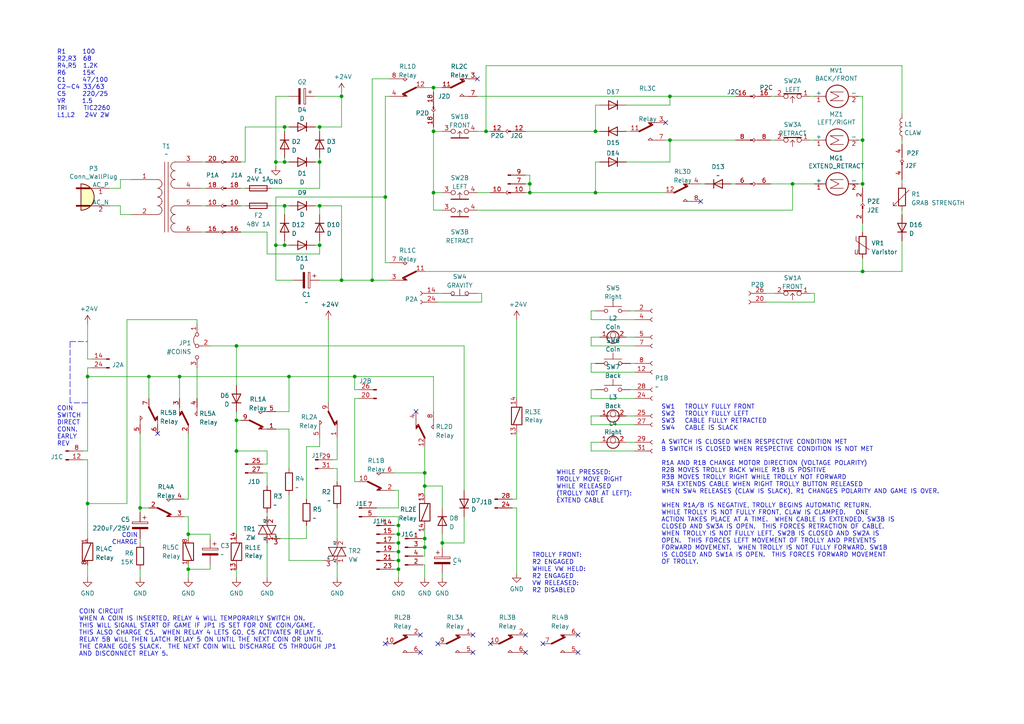
<source format=kicad_sch>
(kicad_sch (version 20250114) (generator "eeschema") (generator_version "9.0")
  (paper "A4")
  (text "COIN CIRCUIT\nWHEN A COIN IS INSERTED, RELAY 4 WILL TEMPORARILY SWITCH ON.\nTHIS WILL SIGNAL START OF GAME IF JP1 IS SET FOR ONE COIN/GAME.\nTHIS ALSO CHARGE C5.  WHEN RELAY 4 LETS GO, C5 ACTIVATES RELAY 5.\nRELAY 5B WILL THEN LATCH RELAY 5 ON UNTIL THE NEXT COIN OR UNTIL\nTHE CRANE GOES SLACK.  THE NEXT COIN WILL DISCHARGE C5 THROUGH JP1\nAND DISCONNECT RELAY 5." (at 22.86 190.5 0) (effects (font (size 1.27 1.27)) (justify left bottom)))
  (text "COIN\nSWITCH\nDIRECT\nCONN.\nEARLY\nREV" (at 16.51 129.54 0) (effects (font (size 1.27 1.27)) (justify left bottom)))
  (text "SW1   TROLLY FULLY FRONT\nSW2   TROLLY FULLY LEFT\nSW3   CABLE FULLY RETRACTED\nSW4   CABLE IS SLACK\n\nA SWITCH IS CLOSED WHEN RESPECTIVE CONDITION MET\nB SWITCH IS CLOSED WHEN RESPECTIVE CONDITION IS NOT MET\n\nR1A AND R1B CHANGE MOTOR DIRECTION (VOLTAGE POLARITY)\nR2B MOVES TROLLY BACK WHILE R1B IS POSITIVE\nR3B MOVES TROLLY RIGHT WHILE TROLLY NOT FORWARD\nR3A EXTENDS CABLE WHEN RIGHT TROLLY BUTTON RELEASED\nWHEN SW4 RELEASES (CLAW IS SLACK), R1 CHANGES POLARITY AND GAME IS OVER.\n\nWHEN R1A/B IS NEGATIVE, TROLLY BEGINS AUTOMATIC RETURN.\nWHILE TROLLY IS NOT FULLY FRONT, CLAW IS CLAMPED.   ONE\nACTION TAKES PLACE AT A TIME.  WHEN CABLE IS EXTENDED, SW3B IS\nCLOSED AND SW3A IS OPEN.  THIS FORCES RETRACTION OF CABLE.\nWHEN TROLLY IS NOT FULLY LEFT, SW2B IS CLOSED AND SW2A IS\nOPEN.  THIS FORCES LEFT MOVEMENT OF TROLLY AND PREVENTS\nFORWARD MOVEMENT.  WHEN TROLLY IS NOT FULLY FORWARD, SW1B\nIS CLOSED AND SW1A IS OPEN.  THIS FORCES FORWARD MOVEMENT\nOF TROLLY." (at 191.77 163.83 0) (effects (font (size 1.27 1.27)) (justify left bottom)))
  (text "COIN\nCHARGE" (at 40.005 158.115 0) (effects (font (size 1.27 1.27)) (justify right bottom)))
  (text "TROLLY FRONT:\nR2 ENGAGED\nWHILE VW HELD:\nR2 ENGAGED\nVW RELEASED:\nR2 DISABLED" (at 154.305 172.085 0) (effects (font (size 1.27 1.27)) (justify left bottom)))
  (text "WHILE PRESSED:\nTROLLY MOVE RIGHT\nWHILE RELEASED\n(TROLLY NOT AT LEFT):\nEXTEND CABLE" (at 161.29 146.05 0) (effects (font (size 1.27 1.27)) (justify left bottom)))
  (text "R1     100\nR2,R3  68\nR4,R5  1.2K\nR6     15K\nC1     47/100\nC2-C4 33/63\nC5     220/25\nVR     1.5\nTRI     TIC2260\nL1,L2   24V 2W" (at 16.51 34.29 0) (effects (font (size 1.27 1.27)) (justify left bottom)))
  (junction (at 140.97 38.1))
  (junction (at 123.19 137.16))
  (junction (at 194.31 40.64))
  (junction (at 54.61 154.94))
  (junction (at 68.58 130.81))
  (junction (at 115.57 157.48))
  (junction (at 115.57 165.1))
  (junction (at 52.07 109.22))
  (junction (at 172.72 55.88))
  (junction (at 99.06 81.28))
  (junction (at 92.71 36.83))
  (junction (at 107.95 81.28))
  (junction (at 92.71 46.99))
  (junction (at 68.58 100.33))
  (junction (at 82.55 36.83))
  (junction (at 194.31 27.94))
  (junction (at 123.19 140.97))
  (junction (at 92.71 59.69))
  (junction (at 115.57 162.56))
  (junction (at 250.19 78.74))
  (junction (at 54.61 165.1))
  (junction (at 83.82 109.22))
  (junction (at 92.71 71.12))
  (junction (at 125.73 38.1))
  (junction (at 229.87 53.34))
  (junction (at 82.55 46.99))
  (junction (at 153.67 53.34))
  (junction (at 115.57 160.02))
  (junction (at 128.27 157.48))
  (junction (at 123.19 156.21))
  (junction (at 125.73 25.4))
  (junction (at 111.76 57.15))
  (junction (at 99.06 27.94))
  (junction (at 25.4 109.22))
  (junction (at 82.55 59.69))
  (junction (at 25.4 146.05))
  (junction (at 172.72 38.1))
  (junction (at 125.73 55.88))
  (junction (at 153.67 55.88))
  (junction (at 123.19 158.75))
  (junction (at 43.18 109.22))
  (junction (at 82.55 71.12))
  (junction (at 115.57 152.4))
  (junction (at 250.19 53.34))
  (junction (at 68.58 121.92))
  (junction (at 80.01 46.99))
  (junction (at 40.64 147.32))
  (junction (at 80.01 71.12))
  (junction (at 102.87 109.22))
  (junction (at 250.19 40.64))
  (junction (at 115.57 154.94))
  (no_connect (at 111.76 186.69))
  (no_connect (at 157.48 186.69))
  (no_connect (at 120.65 119.38))
  (no_connect (at 203.2 58.42))
  (no_connect (at 138.43 22.86))
  (no_connect (at 193.04 35.56))
  (no_connect (at 137.16 189.23))
  (no_connect (at 152.4 189.23))
  (no_connect (at 142.24 186.69))
  (no_connect (at 167.64 189.23))
  (no_connect (at 127 186.69))
  (no_connect (at 45.72 125.73))
  (no_connect (at 137.16 184.15))
  (no_connect (at 121.92 189.23))
  (no_connect (at 121.92 184.15))
  (no_connect (at 152.4 184.15))
  (no_connect (at 167.64 184.15))
  (wire (pts (xy 236.22 85.09) (xy 234.95 85.09)))
  (wire (pts (xy 25.4 109.22) (xy 43.18 109.22)))
  (wire (pts (xy 60.96 154.94) (xy 54.61 154.94)))
  (wire (pts (xy 114.3 137.16) (xy 123.19 137.16)))
  (wire (pts (xy 138.43 38.1) (xy 140.97 38.1)))
  (wire (pts (xy 82.55 69.85) (xy 82.55 71.12)))
  (wire (pts (xy 25.4 167.64) (xy 25.4 163.83)))
  (wire (pts (xy 139.7 85.09) (xy 138.43 85.09)))
  (wire (pts (xy 171.45 113.03) (xy 171.45 115.57)))
  (wire (pts (xy 25.4 109.22) (xy 25.4 106.68)))
  (wire (pts (xy 92.71 36.83) (xy 92.71 38.1)))
  (wire (pts (xy 26.67 104.14) (xy 25.4 104.14)))
  (wire (pts (xy 123.19 163.83) (xy 123.19 167.64)))
  (wire (pts (xy 125.73 109.22) (xy 125.73 119.38)))
  (wire (pts (xy 194.31 40.64) (xy 213.36 40.64)))
  (wire (pts (xy 115.57 162.56) (xy 115.57 165.1)))
  (wire (pts (xy 58.42 46.99) (xy 59.69 46.99)))
  (wire (pts (xy 36.83 92.71) (xy 57.15 92.71)))
  (wire (pts (xy 40.64 125.73) (xy 40.64 147.32)))
  (wire (pts (xy 181.61 46.99) (xy 194.31 46.99)))
  (wire (pts (xy 148.59 144.78) (xy 149.86 144.78)))
  (wire (pts (xy 123.19 137.16) (xy 123.19 140.97)))
  (wire (pts (xy 250.19 27.94) (xy 250.19 40.64)))
  (wire (pts (xy 95.25 92.71) (xy 95.25 116.84)))
  (wire (pts (xy 173.99 30.48) (xy 172.72 30.48)))
  (wire (pts (xy 77.47 157.48) (xy 77.47 167.64)))
  (wire (pts (xy 91.44 59.69) (xy 92.71 59.69)))
  (wire (pts (xy 123.19 78.74) (xy 250.19 78.74)))
  (wire (pts (xy 140.97 38.1) (xy 142.24 38.1)))
  (wire (pts (xy 82.55 59.69) (xy 82.55 62.23)))
  (wire (pts (xy 138.43 27.94) (xy 194.31 27.94)))
  (wire (pts (xy 153.67 55.88) (xy 172.72 55.88)))
  (wire (pts (xy 171.45 120.65) (xy 171.45 123.19)))
  (wire (pts (xy 122.555 156.21) (xy 123.19 156.21)))
  (wire (pts (xy 77.47 73.66) (xy 92.71 73.66)))
  (wire (pts (xy 34.925 54.61) (xy 34.925 52.07)))
  (wire (pts (xy 69.85 54.61) (xy 71.12 54.61)))
  (wire (pts (xy 152.4 50.8) (xy 153.67 50.8)))
  (wire (pts (xy 115.57 147.32) (xy 109.22 147.32)))
  (wire (pts (xy 83.82 119.38) (xy 80.01 119.38)))
  (wire (pts (xy 122.555 163.83) (xy 123.19 163.83)))
  (wire (pts (xy 57.15 92.71) (xy 57.15 93.98)))
  (wire (pts (xy 83.82 109.22) (xy 102.87 109.22)))
  (wire (pts (xy 123.19 153.67) (xy 123.19 156.21)))
  (wire (pts (xy 182.88 90.17) (xy 184.15 90.17)))
  (wire (pts (xy 234.95 27.94) (xy 236.22 27.94)))
  (wire (pts (xy 194.31 46.99) (xy 194.31 40.64)))
  (wire (pts (xy 83.82 109.22) (xy 83.82 119.38)))
  (wire (pts (xy 114.3 154.94) (xy 115.57 154.94)))
  (wire (pts (xy 77.47 67.31) (xy 69.85 67.31)))
  (wire (pts (xy 54.61 165.1) (xy 54.61 163.83)))
  (wire (pts (xy 69.85 59.69) (xy 71.12 59.69)))
  (wire (pts (xy 182.88 113.03) (xy 184.15 113.03)))
  (wire (pts (xy 88.9 144.78) (xy 88.9 129.54)))
  (wire (pts (xy 128.27 140.97) (xy 128.27 147.32)))
  (wire (pts (xy 82.55 36.83) (xy 82.55 38.1)))
  (wire (pts (xy 123.19 158.75) (xy 123.19 161.29)))
  (wire (pts (xy 111.76 76.2) (xy 113.03 76.2)))
  (wire (pts (xy 99.06 59.69) (xy 99.06 81.28)))
  (wire (pts (xy 91.44 46.99) (xy 92.71 46.99)))
  (wire (pts (xy 114.3 165.1) (xy 115.57 165.1)))
  (wire (pts (xy 111.76 27.94) (xy 113.03 27.94)))
  (wire (pts (xy 99.06 26.67) (xy 99.06 27.94)))
  (wire (pts (xy 92.71 46.99) (xy 92.71 54.61)))
  (wire (pts (xy 52.07 109.22) (xy 52.07 115.57)))
  (wire (pts (xy 148.59 147.32) (xy 149.86 147.32)))
  (wire (pts (xy 128.27 55.88) (xy 125.73 55.88)))
  (wire (pts (xy 82.55 59.69) (xy 83.82 59.69)))
  (wire (pts (xy 54.61 149.86) (xy 54.61 154.94)))
  (wire (pts (xy 171.45 100.33) (xy 184.15 100.33)))
  (wire (pts (xy 107.95 22.86) (xy 107.95 81.28)))
  (wire (pts (xy 60.96 165.1) (xy 54.61 165.1)))
  (wire (pts (xy 97.79 163.83) (xy 97.79 167.64)))
  (wire (pts (xy 71.12 46.99) (xy 69.85 46.99)))
  (wire (pts (xy 25.4 146.05) (xy 36.83 146.05)))
  (wire (pts (xy 173.99 120.65) (xy 171.45 120.65)))
  (wire (pts (xy 114.3 157.48) (xy 115.57 157.48)))
  (wire (pts (xy 122.555 161.29) (xy 123.19 161.29)))
  (wire (pts (xy 102.87 115.57) (xy 102.87 139.7)))
  (wire (pts (xy 104.14 113.03) (xy 102.87 113.03)))
  (wire (pts (xy 250.19 40.64) (xy 250.19 53.34)))
  (wire (pts (xy 138.43 55.88) (xy 142.24 55.88)))
  (wire (pts (xy 125.73 38.1) (xy 125.73 55.88)))
  (wire (pts (xy 115.57 142.24) (xy 115.57 147.32)))
  (wire (pts (xy 123.19 156.21) (xy 123.19 158.75)))
  (wire (pts (xy 171.45 130.81) (xy 184.15 130.81)))
  (wire (pts (xy 92.71 59.69) (xy 92.71 62.23)))
  (wire (pts (xy 234.95 40.64) (xy 236.22 40.64)))
  (wire (pts (xy 127 85.09) (xy 128.27 85.09)))
  (wire (pts (xy 80.01 46.99) (xy 82.55 46.99)))
  (wire (pts (xy 88.9 152.4) (xy 88.9 156.21)))
  (wire (pts (xy 77.47 67.31) (xy 77.47 73.66)))
  (wire (pts (xy 128.27 166.37) (xy 128.27 167.64)))
  (wire (pts (xy 193.04 40.64) (xy 194.31 40.64)))
  (wire (pts (xy 80.01 124.46) (xy 83.82 124.46)))
  (wire (pts (xy 250.19 74.93) (xy 250.19 78.74)))
  (wire (pts (xy 171.45 128.27) (xy 171.45 130.81)))
  (wire (pts (xy 99.06 27.94) (xy 99.06 36.83)))
  (wire (pts (xy 181.61 128.27) (xy 184.15 128.27)))
  (wire (pts (xy 76.2 137.16) (xy 77.47 137.16)))
  (wire (pts (xy 172.72 55.88) (xy 193.04 55.88)))
  (wire (pts (xy 149.86 92.71) (xy 149.86 115.57)))
  (wire (pts (xy 53.34 149.86) (xy 54.61 149.86)))
  (wire (pts (xy 128.27 154.94) (xy 128.27 157.48)))
  (wire (pts (xy 128.27 140.97) (xy 123.19 140.97)))
  (wire (pts (xy 194.31 27.94) (xy 194.31 30.48)))
  (wire (pts (xy 80.01 46.99) (xy 80.01 48.26)))
  (wire (pts (xy 222.25 85.09) (xy 224.79 85.09)))
  (wire (pts (xy 229.87 53.34) (xy 229.87 60.96)))
  (wire (pts (xy 80.01 57.15) (xy 111.76 57.15)))
  (wire (pts (xy 248.92 53.34) (xy 250.19 53.34)))
  (wire (pts (xy 171.45 115.57) (xy 184.15 115.57)))
  (wire (pts (xy 102.87 109.22) (xy 102.87 113.03)))
  (wire (pts (xy 128.27 157.48) (xy 128.27 158.75)))
  (wire (pts (xy 153.67 53.34) (xy 153.67 55.88)))
  (wire (pts (xy 123.19 25.4) (xy 125.73 25.4)))
  (wire (pts (xy 203.2 53.34) (xy 204.47 53.34)))
  (wire (pts (xy 68.58 165.1) (xy 68.58 167.64)))
  (wire (pts (xy 125.73 25.4) (xy 128.27 25.4)))
  (wire (pts (xy 80.01 71.12) (xy 82.55 71.12)))
  (wire (pts (xy 25.4 109.22) (xy 25.4 130.81)))
  (wire (pts (xy 57.15 106.68) (xy 57.15 115.57)))
  (wire (pts (xy 261.62 52.07) (xy 261.62 53.34)))
  (wire (pts (xy 71.12 36.83) (xy 71.12 46.99)))
  (wire (pts (xy 43.18 109.22) (xy 43.18 115.57)))
  (wire (pts (xy 250.19 53.34) (xy 250.19 54.61)))
  (wire (pts (xy 80.01 71.12) (xy 80.01 81.28)))
  (wire (pts (xy 102.87 109.22) (xy 125.73 109.22)))
  (wire (pts (xy 149.86 147.32) (xy 149.86 166.37)))
  (wire (pts (xy 172.72 46.99) (xy 173.99 46.99)))
  (wire (pts (xy 92.71 73.66) (xy 92.71 71.12)))
  (wire (pts (xy 54.61 154.94) (xy 54.61 156.21)))
  (wire (pts (xy 92.71 69.85) (xy 92.71 71.12)))
  (wire (pts (xy 96.52 135.89) (xy 97.79 135.89)))
  (wire (pts (xy 60.96 154.94) (xy 60.96 156.21)))
  (polyline (pts (xy 20.32 116.84) (xy 20.32 99.06)) (stroke (width 0) (type dash)))
  (wire (pts (xy 172.72 113.03) (xy 171.45 113.03)))
  (wire (pts (xy 83.82 162.56) (xy 83.82 143.51)))
  (wire (pts (xy 248.92 40.64) (xy 250.19 40.64)))
  (wire (pts (xy 102.87 115.57) (xy 104.14 115.57)))
  (wire (pts (xy 80.01 27.94) (xy 80.01 46.99)))
  (wire (pts (xy 82.55 71.12) (xy 83.82 71.12)))
  (wire (pts (xy 114.3 162.56) (xy 115.57 162.56)))
  (wire (pts (xy 92.71 129.54) (xy 92.71 127)))
  (wire (pts (xy 31.75 54.61) (xy 34.925 54.61)))
  (wire (pts (xy 92.71 59.69) (xy 99.06 59.69)))
  (wire (pts (xy 25.4 93.98) (xy 25.4 104.14)))
  (polyline (pts (xy 25.4 116.84) (xy 20.32 116.84)) (stroke (width 0) (type dash)))
  (wire (pts (xy 83.82 27.94) (xy 80.01 27.94)))
  (wire (pts (xy 82.55 45.72) (xy 82.55 46.99)))
  (wire (pts (xy 111.76 57.15) (xy 111.76 76.2)))
  (wire (pts (xy 68.58 130.81) (xy 77.47 130.81)))
  (wire (pts (xy 68.58 100.33) (xy 68.58 111.76)))
  (wire (pts (xy 77.47 137.16) (xy 77.47 140.97)))
  (wire (pts (xy 34.925 52.07) (xy 38.1 52.07)))
  (wire (pts (xy 114.3 152.4) (xy 115.57 152.4)))
  (wire (pts (xy 223.52 40.64) (xy 224.79 40.64)))
  (wire (pts (xy 25.4 133.35) (xy 25.4 146.05)))
  (wire (pts (xy 152.4 55.88) (xy 153.67 55.88)))
  (wire (pts (xy 77.47 130.81) (xy 77.47 134.62)))
  (wire (pts (xy 80.01 71.12) (xy 80.01 57.15)))
  (wire (pts (xy 97.79 127) (xy 97.79 133.35)))
  (wire (pts (xy 139.7 87.63) (xy 139.7 85.09)))
  (wire (pts (xy 223.52 27.94) (xy 224.79 27.94)))
  (wire (pts (xy 172.72 105.41) (xy 171.45 105.41)))
  (wire (pts (xy 113.03 22.86) (xy 107.95 22.86)))
  (wire (pts (xy 60.96 100.33) (xy 68.58 100.33)))
  (wire (pts (xy 172.72 38.1) (xy 173.99 38.1)))
  (wire (pts (xy 58.42 59.69) (xy 59.69 59.69)))
  (wire (pts (xy 152.4 53.34) (xy 153.67 53.34)))
  (wire (pts (xy 40.64 157.48) (xy 40.64 156.21)))
  (wire (pts (xy 181.61 120.65) (xy 184.15 120.65)))
  (wire (pts (xy 181.61 30.48) (xy 194.31 30.48)))
  (wire (pts (xy 250.19 64.77) (xy 250.19 67.31)))
  (wire (pts (xy 91.44 36.83) (xy 92.71 36.83)))
  (wire (pts (xy 78.74 54.61) (xy 92.71 54.61)))
  (wire (pts (xy 172.72 55.88) (xy 172.72 46.99)))
  (wire (pts (xy 52.07 109.22) (xy 83.82 109.22)))
  (wire (pts (xy 40.64 147.32) (xy 40.64 148.59)))
  (wire (pts (xy 171.45 90.17) (xy 171.45 92.71)))
  (wire (pts (xy 171.45 92.71) (xy 184.15 92.71)))
  (wire (pts (xy 111.76 27.94) (xy 111.76 57.15)))
  (wire (pts (xy 109.22 149.86) (xy 115.57 149.86)))
  (wire (pts (xy 229.87 60.96) (xy 138.43 60.96)))
  (wire (pts (xy 31.75 59.69) (xy 34.925 59.69)))
  (wire (pts (xy 140.97 19.05) (xy 140.97 38.1)))
  (wire (pts (xy 123.19 140.97) (xy 123.19 143.51)))
  (polyline (pts (xy 20.32 99.06) (xy 25.4 99.06)) (stroke (width 0) (type dash)))
  (wire (pts (xy 34.925 62.23) (xy 38.1 62.23)))
  (wire (pts (xy 127 87.63) (xy 139.7 87.63)))
  (wire (pts (xy 68.58 121.92) (xy 69.85 121.92)))
  (wire (pts (xy 171.45 107.95) (xy 184.15 107.95)))
  (wire (pts (xy 36.83 92.71) (xy 36.83 146.05)))
  (wire (pts (xy 91.44 27.94) (xy 99.06 27.94)))
  (wire (pts (xy 115.57 142.24) (xy 114.3 142.24)))
  (wire (pts (xy 40.64 147.32) (xy 43.18 147.32)))
  (wire (pts (xy 68.58 130.81) (xy 68.58 121.92)))
  (wire (pts (xy 60.96 163.83) (xy 60.96 165.1)))
  (wire (pts (xy 115.57 152.4) (xy 115.57 154.94)))
  (wire (pts (xy 97.79 135.89) (xy 97.79 139.7)))
  (wire (pts (xy 140.97 19.05) (xy 261.62 19.05)))
  (wire (pts (xy 54.61 167.64) (xy 54.61 165.1)))
  (wire (pts (xy 68.58 119.38) (xy 68.58 121.92)))
  (wire (pts (xy 68.58 130.81) (xy 68.58 154.94)))
  (wire (pts (xy 81.28 156.21) (xy 88.9 156.21)))
  (wire (pts (xy 34.925 59.69) (xy 34.925 62.23)))
  (wire (pts (xy 181.61 38.1) (xy 182.88 38.1)))
  (wire (pts (xy 134.62 149.86) (xy 134.62 157.48)))
  (wire (pts (xy 171.45 123.19) (xy 184.15 123.19)))
  (wire (pts (xy 25.4 130.81) (xy 24.13 130.81)))
  (wire (pts (xy 83.82 162.56) (xy 93.98 162.56)))
  (wire (pts (xy 250.19 78.74) (xy 261.62 78.74)))
  (wire (pts (xy 181.61 97.79) (xy 184.15 97.79)))
  (wire (pts (xy 97.79 133.35) (xy 96.52 133.35)))
  (wire (pts (xy 222.25 87.63) (xy 236.22 87.63)))
  (wire (pts (xy 25.4 106.68) (xy 26.67 106.68)))
  (wire (pts (xy 122.555 158.75) (xy 123.19 158.75)))
  (wire (pts (xy 149.86 125.73) (xy 149.86 144.78)))
  (wire (pts (xy 92.71 45.72) (xy 92.71 46.99)))
  (wire (pts (xy 123.19 129.54) (xy 123.19 137.16)))
  (wire (pts (xy 92.71 81.28) (xy 99.06 81.28)))
  (wire (pts (xy 82.55 36.83) (xy 83.82 36.83)))
  (wire (pts (xy 172.72 90.17) (xy 171.45 90.17)))
  (wire (pts (xy 107.95 81.28) (xy 113.03 81.28)))
  (wire (pts (xy 40.64 167.64) (xy 40.64 165.1)))
  (wire (pts (xy 261.62 60.96) (xy 261.62 62.23)))
  (wire (pts (xy 134.62 100.33) (xy 68.58 100.33)))
  (wire (pts (xy 115.57 160.02) (xy 115.57 162.56)))
  (wire (pts (xy 125.73 55.88) (xy 125.73 60.96)))
  (wire (pts (xy 102.87 139.7) (xy 104.14 139.7)))
  (wire (pts (xy 134.62 142.24) (xy 134.62 100.33)))
  (wire (pts (xy 82.55 46.99) (xy 83.82 46.99)))
  (wire (pts (xy 153.67 50.8) (xy 153.67 53.34)))
  (wire (pts (xy 115.57 149.86) (xy 115.57 152.4)))
  (wire (pts (xy 194.31 27.94) (xy 213.36 27.94)))
  (wire (pts (xy 99.06 81.28) (xy 107.95 81.28)))
  (wire (pts (xy 261.62 19.05) (xy 261.62 33.02)))
  (wire (pts (xy 182.88 105.41) (xy 184.15 105.41)))
  (wire (pts (xy 83.82 135.89) (xy 83.82 124.46)))
  (wire (pts (xy 58.42 67.31) (xy 59.69 67.31)))
  (wire (pts (xy 125.73 25.4) (xy 125.73 26.67)))
  (wire (pts (xy 125.73 38.1) (xy 128.27 38.1)))
  (wire (pts (xy 152.4 38.1) (xy 172.72 38.1)))
  (wire (pts (xy 92.71 71.12) (xy 91.44 71.12)))
  (wire (pts (xy 78.74 59.69) (xy 82.55 59.69)))
  (wire (pts (xy 43.18 109.22) (xy 52.07 109.22)))
  (wire (pts (xy 115.57 165.1) (xy 115.57 167.64)))
  (wire (pts (xy 25.4 133.35) (xy 24.13 133.35)))
  (wire (pts (xy 92.71 36.83) (xy 99.06 36.83)))
  (wire (pts (xy 248.92 27.94) (xy 250.19 27.94)))
  (wire (pts (xy 58.42 54.61) (xy 59.69 54.61)))
  (wire (pts (xy 88.9 129.54) (xy 92.71 129.54)))
  (wire (pts (xy 77.47 149.86) (xy 77.47 148.59)))
  (wire (pts (xy 128.27 157.48) (xy 134.62 157.48)))
  (wire (pts (xy 25.4 146.05) (xy 25.4 156.21)))
  (wire (pts (xy 115.57 157.48) (xy 115.57 160.02)))
  (wire (pts (xy 172.72 30.48) (xy 172.72 38.1)))
  (wire (pts (xy 97.79 147.32) (xy 97.79 156.21)))
  (wire (pts (xy 53.34 144.78) (xy 54.61 144.78)))
  (wire (pts (xy 173.99 128.27) (xy 171.45 128.27)))
  (wire (pts (xy 54.61 125.73) (xy 54.61 144.78)))
  (wire (pts (xy 212.09 53.34) (xy 213.36 53.34)))
  (wire (pts (xy 223.52 53.34) (xy 229.87 53.34)))
  (wire (pts (xy 261.62 69.85) (xy 261.62 78.74)))
  (wire (pts (xy 115.57 154.94) (xy 115.57 157.48)))
  (wire (pts (xy 171.45 105.41) (xy 171.45 107.95)))
  (wire (pts (xy 173.99 97.79) (xy 171.45 97.79)))
  (wire (pts (xy 236.22 87.63) (xy 236.22 85.09)))
  (wire (pts (xy 261.62 40.64) (xy 261.62 41.91)))
  (wire (pts (xy 85.09 81.28) (xy 80.01 81.28)))
  (wire (pts (xy 171.45 97.79) (xy 171.45 100.33)))
  (wire (pts (xy 71.12 36.83) (xy 82.55 36.83)))
  (wire (pts (xy 76.2 134.62) (xy 77.47 134.62)))
  (wire (pts (xy 125.73 36.83) (xy 125.73 38.1)))
  (wire (pts (xy 125.73 60.96) (xy 128.27 60.96)))
  (wire (pts (xy 114.3 160.02) (xy 115.57 160.02)))
  (wire (pts (xy 229.87 53.34) (xy 236.22 53.34)))
  (symbol (lib_id "Device:Transformer_1P_2S") (at 48.26 57.15 0) (unit 1) (on_board no)
    (property "Reference" "T1" (at 48.26 42.3926 0))
    (property "Value" "~" (at 48.26 44.704 0))
  )
  (symbol (lib_id "Connector:Conn_WallPlug") (at 26.67 57.15 0) (unit 1) (on_board no)
    (property "Reference" "P3" (at 27.1018 48.895 0))
    (property "Value" "Conn_WallPlug" (at 27.1018 51.2064 0))
  )
  (symbol (lib_id "power:+24V") (at 99.06 26.67 0) (unit 1)
    (property "Reference" "#PWR0104" (effects (hide yes)))
    (property "Value" "+24V" (at 99.441 22.2758 0))
  )
  (symbol (lib_id "power:+24V") (at 25.4 93.98 0) (unit 1)
    (property "Reference" "#PWR0115" (effects (hide yes)))
    (property "Value" "+24V" (at 25.781 89.5858 0))
  )
  (symbol (lib_id "Device:Fuse") (at 74.93 54.61 270) (unit 1)
    (property "Reference" "F1" (at 74.93 49.6062 90))
    (property "Value" "24V 1A" (at 74.93 51.9176 90))
    (property "Footprint" "BigChoice:Fuse" (effects (hide yes)))
  )
  (symbol (lib_id "Device:Fuse") (at 74.93 59.69 270) (unit 1)
    (property "Reference" "F2" (at 74.93 62.4824 90))
    (property "Value" "48V 1A" (at 74.93 65.0193 90))
    (property "Footprint" "BigChoice:Fuse" (effects (hide yes)))
  )
  (symbol (lib_id "Device:R") (at 40.64 161.29 180) (unit 1)
    (property "Reference" "R6" (at 38.862 160.4553 0) (effects (justify left)))
    (property "Value" "15K" (at 38.862 162.9922 0) (effects (justify left)))
    (property "Footprint" "Resistor_THT:R_Axial_DIN0411_L9.9mm_D3.6mm_P12.70mm_Horizontal" (effects (hide yes)))
  )
  (symbol (lib_id "Device:C_Polarized") (at 60.96 160.02 0) (mirror y) (unit 1)
    (property "Reference" "C3" (at 63.881 158.2963 0) (effects (justify right)))
    (property "Value" "~" (at 63.881 160.8332 0) (effects (justify right)))
    (property "Footprint" "Capacitor_THT:CP_Radial_D8.0mm_P5.00mm" (effects (hide yes)))
  )
  (symbol (lib_id "Device:C_Polarized") (at 40.64 152.4 0) (mirror y) (unit 1)
    (property "Reference" "C5" (at 37.7191 150.6763 0) (effects (justify left)))
    (property "Value" "220uF/25V" (at 37.7191 153.2132 0) (effects (justify left)))
    (property "Footprint" "Capacitor_THT:CP_Radial_D8.0mm_P5.00mm" (effects (hide yes)))
  )
  (symbol (lib_id "Device:C_Polarized") (at 88.9 81.28 270) (unit 1)
    (property "Reference" "C1" (at 88.9 85.4202 90))
    (property "Value" "~" (at 88.9 87.7316 90))
    (property "Footprint" "Capacitor_THT:CP_Radial_D8.0mm_P5.00mm" (effects (hide yes)))
  )
  (symbol (lib_id "Device:C_Polarized") (at 87.63 27.94 270) (unit 1)
    (property "Reference" "C2" (at 87.63 23.7998 90))
    (property "Value" "~" (at 87.63 23.7744 90))
    (property "Footprint" "Capacitor_THT:CP_Radial_D8.0mm_P5.00mm" (effects (hide yes)))
  )
  (symbol (lib_id "Device:D") (at 134.62 146.05 90) (unit 1)
    (property "Reference" "D7" (at 136.652 145.2153 90) (effects (justify right)))
    (property "Value" "D" (at 136.652 147.7522 90) (effects (justify right)))
    (property "Footprint" "Diode_THT:D_A-405_P10.16mm_Horizontal" (effects (hide yes)))
  )
  (symbol (lib_id "Device:C_Polarized") (at 128.27 162.56 0) (unit 1)
    (property "Reference" "C4" (at 131.2672 162.56 0) (effects (justify left)))
    (property "Value" "~" (at 131.2672 163.703 0) (effects (justify left)))
    (property "Footprint" "Capacitor_THT:CP_Radial_D8.0mm_P5.00mm" (effects (hide yes)))
  )
  (symbol (lib_id "Device:D") (at 68.58 115.57 90) (unit 1)
    (property "Reference" "D6" (at 66.5481 114.7353 90) (effects (justify left)))
    (property "Value" "D" (at 66.5481 117.2722 90) (effects (justify left)))
    (property "Footprint" "Diode_THT:D_A-405_P10.16mm_Horizontal" (effects (hide yes)))
  )
  (symbol (lib_id "Device:D") (at 128.27 151.13 270) (unit 1)
    (property "Reference" "D8" (at 130.302 150.2953 90) (effects (justify left)))
    (property "Value" "D" (at 130.302 152.8322 90) (effects (justify left)))
    (property "Footprint" "Diode_THT:D_A-405_P10.16mm_Horizontal" (effects (hide yes)))
  )
  (symbol (lib_id "Device:Varistor") (at 250.19 71.12 0) (unit 1)
    (property "Reference" "VR1" (at 252.73 70.5385 0) (effects (justify left)))
    (property "Value" "Varistor" (at 252.73 73.0754 0) (effects (justify left)))
    (property "Footprint" "Varistor:RV_Disc_D21.5mm_W6.8mm_P10mm" (effects (hide yes)))
  )
  (symbol (lib_id "Motor:Motor_DC") (at 241.3 27.94 90) (unit 1) (on_board no)
    (property "Reference" "MV1" (at 242.57 20.447 90))
    (property "Value" "BACK/FRONT" (at 242.57 22.7584 90))
  )
  (symbol (lib_id "Motor:Motor_DC") (at 241.3 40.64 90) (unit 1) (on_board no)
    (property "Reference" "MZ1" (at 242.57 33.147 90))
    (property "Value" "LEFT/RIGHT" (at 242.57 35.4584 90))
  )
  (symbol (lib_id "Motor:Motor_DC") (at 241.3 53.34 90) (unit 1) (on_board no)
    (property "Reference" "MG1" (at 242.57 45.847 90))
    (property "Value" "EXTEND_RETRACT" (at 242.57 48.1584 90))
  )
  (symbol (lib_id "BigChoice:LimitSwitch") (at 229.87 26.67 0) (mirror y) (unit 1) (on_board no)
    (property "Reference" "SW2" (at 229.87 23.4528 0))
    (property "Value" "LEFT" (at 229.87 25.9897 0))
  )
  (symbol (lib_id "BigChoice:LimitSwitch") (at 133.35 55.88 0) (unit 2) (on_board no)
    (property "Reference" "SW2" (at 133.35 51.596 0))
    (property "Value" "LEFT" (at 133.35 54.1329 0))
  )
  (symbol (lib_id "Device:D") (at 177.8 30.48 180) (unit 1)
    (property "Reference" "D17" (at 177.8 26.67 0))
    (property "Value" "~" (at 177.8 26.67 0))
    (property "Footprint" "Diode_THT:D_A-405_P10.16mm_Horizontal" (effects (hide yes)))
  )
  (symbol (lib_id "Device:R_Variable") (at 261.62 57.15 180) (unit 1)
    (property "Reference" "R1" (at 264.287 56.3153 0) (effects (justify right)))
    (property "Value" "GRAB STRENGTH" (at 264.287 58.8522 0) (effects (justify right)))
    (property "Footprint" "Resistor_THT:R_Radial_Power_L11.0mm_W7.0mm_P5.00mm" (effects (hide yes)))
  )
  (symbol (lib_id "Device:D") (at 261.62 66.04 90) (unit 1)
    (property "Reference" "D16" (at 263.652 65.2053 90) (effects (justify right)))
    (property "Value" "D" (at 263.652 67.7422 90) (effects (justify right)))
    (property "Footprint" "Diode_THT:D_A-405_P10.16mm_Horizontal" (effects (hide yes)))
  )
  (symbol (lib_id "Device:L") (at 261.62 36.83 180) (unit 1) (on_board no)
    (property "Reference" "L1" (at 262.255 35.9953 0) (effects (justify right)))
    (property "Value" "CLAW" (at 262.255 38.5322 0) (effects (justify right)))
  )
  (symbol (lib_id "BigChoice:LimitSwitch") (at 133.35 38.1 0) (unit 2) (on_board no)
    (property "Reference" "SW1" (at 133.35 33.816 0))
    (property "Value" "FRONT" (at 133.35 36.3529 0))
  )
  (symbol (lib_id "BigChoice:LimitSwitch") (at 133.35 60.96 0) (unit 2) (on_board no)
    (property "Reference" "SW3" (at 133.35 67.31 0))
    (property "Value" "RETRACT" (at 133.35 69.85 0))
  )
  (symbol (lib_id "BigChoice:LimitSwitch") (at 229.87 39.37 0) (mirror y) (unit 1) (on_board no)
    (property "Reference" "SW3" (at 229.87 36.1528 0))
    (property "Value" "RETRACT" (at 229.87 38.6897 0))
  )
  (symbol (lib_id "Device:R") (at 83.82 139.7 0) (unit 1)
    (property "Reference" "R4" (at 85.598 138.8653 0) (effects (justify left)))
    (property "Value" "~" (at 85.598 141.4022 0) (effects (justify left)))
    (property "Footprint" "Resistor_THT:R_Axial_DIN0207_L6.3mm_D2.5mm_P10.16mm_Horizontal" (effects (hide yes)))
  )
  (symbol (lib_id "Device:Q_TRIAC_A1A2G") (at 97.79 160.02 0) (unit 1)
    (property "Reference" "TR2" (at 101.0666 159.7695 0) (effects (justify left)))
    (property "Value" "VW" (at 101.0666 162.3064 0) (effects (justify left)))
    (property "Footprint" "BigChoice:Triac" (effects (hide yes)))
  )
  (symbol (lib_id "Device:R") (at 97.79 143.51 0) (unit 1)
    (property "Reference" "R2" (at 96.0121 142.6753 0) (effects (justify right)))
    (property "Value" "~" (at 96.0121 145.2122 0) (effects (justify right)))
    (property "Footprint" "Resistor_THT:R_Axial_DIN0411_L9.9mm_D3.6mm_P20.32mm_Horizontal" (effects (hide yes)))
  )
  (symbol (lib_id "Device:R") (at 88.9 148.59 0) (unit 1)
    (property "Reference" "R5" (at 90.678 147.7553 0) (effects (justify left)))
    (property "Value" "~" (at 90.678 150.2922 0) (effects (justify left)))
    (property "Footprint" "Resistor_THT:R_Axial_DIN0309_L9.0mm_D3.2mm_P12.70mm_Horizontal" (effects (hide yes)))
  )
  (symbol (lib_id "Device:Q_TRIAC_A1A2G") (at 77.47 153.67 0) (mirror y) (unit 1)
    (property "Reference" "TR1" (at 74.1935 153.4195 0) (effects (justify left)))
    (property "Value" "ZW" (at 74.1935 155.9564 0) (effects (justify left)))
    (property "Footprint" "BigChoice:Triac" (effects (hide yes)))
  )
  (symbol (lib_id "Device:R") (at 77.47 144.78 180) (unit 1)
    (property "Reference" "R3" (at 79.248 143.9453 0) (effects (justify right)))
    (property "Value" "~" (at 79.248 146.4822 0) (effects (justify right)))
    (property "Footprint" "Resistor_THT:R_Axial_DIN0411_L9.9mm_D3.6mm_P20.32mm_Horizontal" (effects (hide yes)))
  )
  (symbol (lib_id "BigChoice:SmallRelay") (at 54.61 160.02 0) (mirror y) (unit 3)
    (property "Reference" "RL5" (at 46.99 158.75 0) (effects (justify right)))
    (property "Value" "Relay" (at 46.99 161.29 0) (effects (justify right)))
    (property "Footprint" "BigChoice:G2VN" (effects (hide yes)))
  )
  (symbol (lib_id "BigChoice:SmallRelay") (at 43.18 120.65 180) (unit 2)
    (property "Reference" "RL5" (at 46.355 119.6883 0) (effects (justify right)))
    (property "Value" "Relay" (at 46.355 122.2252 0) (effects (justify right)))
    (property "Footprint" "BigChoice:G2VN" (effects (hide yes)))
  )
  (symbol (lib_id "BigChoice:SmallRelay") (at 54.61 120.65 0) (unit 1)
    (property "Reference" "RL5" (at 57.785 119.9423 0) (effects (justify left)))
    (property "Value" "Relay" (at 57.785 122.4792 0) (effects (justify left)))
    (property "Footprint" "BigChoice:G2VN" (effects (hide yes)))
  )
  (symbol (lib_id "BigChoice:SmallRelay") (at 25.4 160.02 180) (unit 3)
    (property "Reference" "RL4" (at 27.686 159.1853 0) (effects (justify right)))
    (property "Value" "Relay" (at 27.686 161.7222 0) (effects (justify right)))
    (property "Footprint" "BigChoice:G2VN" (effects (hide yes)))
  )
  (symbol (lib_id "BigChoice:SmallRelay") (at 48.26 147.32 270) (mirror x) (unit 1)
    (property "Reference" "RL4" (at 48.133 141.2072 90))
    (property "Value" "Relay" (at 48.133 143.7441 90))
    (property "Footprint" "BigChoice:G2VN" (effects (hide yes)))
  )
  (symbol (lib_id "BigChoice:Relay") (at 68.58 160.02 0) (unit 5)
    (property "Reference" "RL1" (at 70.866 158.8516 0) (effects (justify left)))
    (property "Value" "Relay" (at 70.866 161.163 0) (effects (justify left)))
    (property "Footprint" "BigChoice:PY4-Omron" (effects (hide yes)))
  )
  (symbol (lib_id "BigChoice:Relay") (at 74.93 121.92 270) (mirror x) (unit 1)
    (property "Reference" "RL1" (at 74.803 115.8072 90))
    (property "Value" "Relay" (at 74.803 118.3441 90))
    (property "Footprint" "BigChoice:PY4-Omron" (effects (hide yes)))
  )
  (symbol (lib_id "BigChoice:Relay") (at 123.19 148.59 180) (unit 5)
    (property "Reference" "RL2" (at 120.9041 147.7553 0) (effects (justify left)))
    (property "Value" "Relay" (at 120.9041 150.2922 0) (effects (justify left)))
    (property "Footprint" "BigChoice:PY4-Omron" (effects (hide yes)))
  )
  (symbol (lib_id "BigChoice:Relay") (at 133.35 25.4 270) (unit 3)
    (property "Reference" "RL2" (at 133.223 19.2872 90))
    (property "Value" "Relay" (at 133.223 21.8241 90))
    (property "Footprint" "BigChoice:PY4-Omron" (effects (hide yes)))
  )
  (symbol (lib_id "BigChoice:Relay") (at 149.86 120.65 0) (unit 5)
    (property "Reference" "RL3" (at 152.146 119.4816 0) (effects (justify left)))
    (property "Value" "Relay" (at 152.146 121.793 0) (effects (justify left)))
    (property "Footprint" "BigChoice:PY4-Omron" (effects (hide yes)))
  )
  (symbol (lib_id "power:GND") (at 25.4 167.64 0) (unit 1)
    (property "Reference" "#PWR0109" (effects (hide yes)))
    (property "Value" "GND" (at 25.4 172.0834 0))
  )
  (symbol (lib_id "power:GND") (at 80.01 48.26 0) (unit 1)
    (property "Reference" "#PWR0105" (effects (hide yes)))
    (property "Value" "GND" (at 80.01 52.7034 0))
  )
  (symbol (lib_id "BigChoice:CabinetPin") (at 125.73 26.67 270) (unit 4)
    (property "Reference" "J2" (at 127 27.94 90) (effects (justify left)))
    (property "Value" "CabinetPin" (effects (hide yes)))
    (property "Footprint" "BigChoice:Connector" (effects (hide yes)))
  )
  (symbol (lib_id "power:GND") (at 54.61 167.64 0) (unit 1)
    (property "Reference" "#PWR0108" (effects (hide yes)))
    (property "Value" "GND" (at 54.61 172.0834 0))
  )
  (symbol (lib_id "BigChoice:Relay") (at 116.84 186.69 270) (unit 2)
    (property "Reference" "RL2" (at 116.713 179.07 90))
    (property "Value" "Relay" (at 116.713 181.61 90))
    (property "Footprint" "BigChoice:PY4-Omron" (effects (hide yes)))
    (property "Description" "Distributed Relay" (effects (hide yes)))
  )
  (symbol (lib_id "power:GND") (at 123.19 167.64 0) (unit 1)
    (property "Reference" "#PWR0113" (effects (hide yes)))
    (property "Value" "GND" (at 123.19 172.0834 0))
  )
  (symbol (lib_id "BigChoice:PanelPin") (at 104.14 149.86 0) (unit 5)
    (property "Reference" "J1" (at 104.775 146.081 0))
    (property "Value" "PanelPin" (effects (hide yes)))
    (property "Footprint" "BigChoice:Connector" (effects (hide yes)))
  )
  (symbol (lib_id "BigChoice:PanelPin") (at 71.12 137.16 0) (unit 4)
    (property "Reference" "J1" (at 73.66 139.7 0))
    (property "Value" "PanelPin" (effects (hide yes)))
    (property "Footprint" "BigChoice:Connector" (effects (hide yes)))
  )
  (symbol (lib_id "BigChoice:Relay") (at 95.25 121.92 180) (unit 1)
    (property "Reference" "RL2" (at 92.0751 120.9583 0) (effects (justify left)))
    (property "Value" "Relay" (at 92.0751 123.4952 0) (effects (justify left)))
    (property "Footprint" "BigChoice:PY4-Omron" (effects (hide yes)))
  )
  (symbol (lib_id "BigChoice:CabinetPin") (at 261.62 52.07 90) (unit 6)
    (property "Reference" "J2" (at 262.4582 48.0588 90) (effects (justify right)))
    (property "Value" "CabinetPin" (effects (hide yes)))
    (property "Footprint" "BigChoice:Connector" (effects (hide yes)))
  )
  (symbol (lib_id "BigChoice:PanelPin") (at 114.3 152.4 0) (unit 8)
    (property "Reference" "J1" (at 109.8931 151.161 0))
    (property "Value" "PanelPin" (effects (hide yes)))
    (property "Footprint" "BigChoice:Connector" (effects (hide yes)))
  )
  (symbol (lib_id "BigChoice:CabinetPin") (at 152.4 55.88 180) (unit 7)
    (property "Reference" "J2" (at 149.86 39.37 0))
    (property "Value" "CabinetPin" (effects (hide yes)))
    (property "Footprint" "BigChoice:Connector" (effects (hide yes)))
  )
  (symbol (lib_id "BigChoice:Relay") (at 118.11 78.74 90) (unit 3)
    (property "Reference" "RL1" (at 118.237 72.6272 90))
    (property "Value" "Relay" (at 118.237 75.1641 90))
    (property "Footprint" "BigChoice:PY4-Omron" (effects (hide yes)))
  )
  (symbol (lib_id "Device:D") (at 82.55 66.04 270) (unit 1)
    (property "Reference" "D12" (at 84.582 65.2053 90) (effects (justify left)))
    (property "Value" "D" (at 84.582 67.7422 90) (effects (justify left)))
    (property "Footprint" "Diode_THT:D_A-405_P10.16mm_Horizontal" (effects (hide yes)))
  )
  (symbol (lib_id "BigChoice:CabinetPin") (at 104.14 113.03 0) (unit 2)
    (property "Reference" "J2" (at 104.14 110.49 0) (effects (justify left)))
    (property "Value" "CabinetPin" (effects (hide yes)))
    (property "Footprint" "BigChoice:Connector" (effects (hide yes)))
  )
  (symbol (lib_id "BigChoice:PanelPlug") (at 189.23 90.17 0) (unit 2) (on_board no)
    (property "Reference" "P1" (at 189.9412 109.6553 0) (effects (justify left)))
    (property "Value" "~" (at 189.9412 112.1922 0) (effects (justify left)))
  )
  (symbol (lib_id "power:GND") (at 128.27 167.64 0) (unit 1)
    (property "Reference" "#PWR0114" (effects (hide yes)))
    (property "Value" "GND" (at 128.27 172.0834 0))
  )
  (symbol (lib_id "BigChoice:Relay") (at 198.12 55.88 270) (unit 4)
    (property "Reference" "RL3" (at 197.993 49.7672 90))
    (property "Value" "Relay" (at 197.993 52.3041 90))
    (property "Footprint" "BigChoice:PY4-Omron" (effects (hide yes)))
  )
  (symbol (lib_id "BigChoice:CabinetPlug") (at 222.25 85.09 0) (unit 2) (on_board no)
    (property "Reference" "P2" (at 219.71 82.55 0))
    (property "Value" "CabinetPlug" (effects (hide yes)))
  )
  (symbol (lib_id "Device:D") (at 177.8 38.1 0) (unit 1)
    (property "Reference" "D15" (at 177.8 41.4004 0))
    (property "Value" "~" (at 177.8 43.9373 0))
    (property "Footprint" "Diode_THT:D_A-405_P10.16mm_Horizontal" (effects (hide yes)))
  )
  (symbol (lib_id "Switch:SW_Push_Open") (at 133.35 85.09 0) (unit 1) (on_board no)
    (property "Reference" "SW4" (at 133.35 80.2472 0))
    (property "Value" "GRAVITY" (at 133.35 82.7841 0))
  )
  (symbol (lib_id "BigChoice:CabinetPlug") (at 250.19 54.61 90) (unit 5) (on_board no)
    (property "Reference" "P2" (at 251.46 58.42 90) (effects (justify right)))
    (property "Value" "CabinetPlug" (effects (hide yes)))
  )
  (symbol (lib_id "power:GND") (at 149.86 166.37 0) (unit 1)
    (property "Reference" "#PWR0101" (effects (hide yes)))
    (property "Value" "GND" (at 149.86 170.8134 0))
  )
  (symbol (lib_id "Switch:SW_Push") (at 177.8 105.41 0) (unit 1) (on_board no)
    (property "Reference" "SW6" (at 177.8 98.7892 0))
    (property "Value" "Coin" (at 177.8 101.3261 0))
  )
  (symbol (lib_id "BigChoice:Relay") (at 187.96 38.1 270) (unit 3)
    (property "Reference" "RL3" (at 187.833 25.6372 90))
    (property "Value" "Relay" (at 187.833 34.5241 90))
    (property "Footprint" "BigChoice:PY4-Omron" (effects (hide yes)))
  )
  (symbol (lib_id "power:GND") (at 68.58 167.64 0) (unit 1)
    (property "Reference" "#PWR0106" (effects (hide yes)))
    (property "Value" "GND" (at 68.58 172.0834 0))
  )
  (symbol (lib_id "Device:D") (at 92.71 41.91 270) (unit 1)
    (property "Reference" "D3" (at 94.742 41.0753 90) (effects (justify left)))
    (property "Value" "D" (at 94.742 43.6122 90) (effects (justify left)))
    (property "Footprint" "Diode_THT:D_A-405_P10.16mm_Horizontal" (effects (hide yes)))
  )
  (symbol (lib_id "BigChoice:PanelPin") (at 122.555 163.83 0) (unit 7)
    (property "Reference" "J1" (at 118.11 154.971 0))
    (property "Value" "PanelPin" (effects (hide yes)))
    (property "Footprint" "BigChoice:Connector" (effects (hide yes)))
  )
  (symbol (lib_id "power:GND") (at 77.47 167.64 0) (unit 1)
    (property "Reference" "#PWR0107" (effects (hide yes)))
    (property "Value" "GND" (at 77.47 172.0834 0))
  )
  (symbol (lib_id "BigChoice:Lamp") (at 177.8 120.65 0) (unit 1) (on_board no)
    (property "Reference" "L3" (at 177.8 115.1722 0))
    (property "Value" "Back" (at 177.8 117.7091 0))
  )
  (symbol (lib_id "BigChoice:Relay") (at 109.22 139.7 270) (mirror x) (unit 2)
    (property "Reference" "RL1" (at 109.093 133.5872 90))
    (property "Value" "Relay" (at 109.093 136.1241 90))
    (property "Footprint" "BigChoice:PY4-Omron" (effects (hide yes)))
  )
  (symbol (lib_id "BigChoice:PanelPlug") (at 64.77 57.15 0) (unit 1) (on_board no)
    (property "Reference" "P1" (at 61.595 50.8 0))
  )
  (symbol (lib_id "Switch:SW_Push") (at 177.8 90.17 0) (unit 1) (on_board no)
    (property "Reference" "SW5" (at 177.8 83.5492 0))
    (property "Value" "Right" (at 177.8 86.0861 0))
  )
  (symbol (lib_id "power:+24V") (at 149.86 92.71 0) (unit 1)
    (property "Reference" "#PWR0102" (effects (hide yes)))
    (property "Value" "+24V" (at 150.241 88.3158 0))
  )
  (symbol (lib_id "BigChoice:CabinetPlug") (at 223.52 27.94 0) (unit 3) (on_board no)
    (property "Reference" "P2" (at 222.25 25.4 0))
    (property "Value" "CabinetPlug" (effects (hide yes)))
  )
  (symbol (lib_id "BigChoice:LimitSwitch") (at 229.87 83.82 0) (mirror y) (unit 1) (on_board no)
    (property "Reference" "SW1" (at 229.87 80.6028 0))
    (property "Value" "FRONT" (at 229.87 83.1397 0))
  )
  (symbol (lib_id "Device:D") (at 87.63 36.83 180) (unit 1)
    (property "Reference" "D4" (at 87.63 31.8602 0))
    (property "Value" "D" (at 87.63 34.3971 0))
    (property "Footprint" "Diode_THT:D_A-405_P10.16mm_Horizontal" (effects (hide yes)))
  )
  (symbol (lib_id "BigChoice:Lamp") (at 177.8 97.79 0) (unit 1) (on_board no)
    (property "Reference" "L2" (at 177.8 92.3122 0))
    (property "Value" "Coin" (at 177.8 94.8491 0))
  )
  (symbol (lib_id "Device:D") (at 87.63 46.99 180) (unit 1)
    (property "Reference" "D1" (at 87.63 50.2904 0))
    (property "Value" "D" (at 87.63 52.8273 0))
    (property "Footprint" "Diode_THT:D_A-405_P10.16mm_Horizontal" (effects (hide yes)))
  )
  (symbol (lib_id "power:GND") (at 115.57 167.64 0) (unit 1)
    (property "Reference" "#PWR0111" (effects (hide yes)))
    (property "Value" "GND" (at 115.57 172.0834 0))
  )
  (symbol (lib_id "BigChoice:CabinetPin") (at 213.36 27.94 0) (unit 3)
    (property "Reference" "J2" (at 210.82 26.67 0) (effects (justify left)))
    (property "Value" "CabinetPin" (effects (hide yes)))
    (property "Footprint" "BigChoice:Connector" (effects (hide yes)))
  )
  (symbol (lib_id "BigChoice:Relay") (at 132.08 186.69 270) (unit 1)
    (property "Reference" "RL3" (at 131.953 179.07 90))
    (property "Value" "Relay" (at 131.953 181.61 90))
    (property "Footprint" "BigChoice:PY4-Omron" (effects (hide yes)))
    (property "Description" "Distributed Relay" (effects (hide yes)))
  )
  (symbol (lib_id "BigChoice:Relay") (at 123.19 124.46 0) (unit 4)
    (property "Reference" "RL2" (at 126.365 123.7523 0) (effects (justify left)))
    (property "Value" "Relay" (at 126.365 126.2892 0) (effects (justify left)))
    (property "Footprint" "BigChoice:PY4-Omron" (effects (hide yes)))
  )
  (symbol (lib_id "Jumper:Jumper_3_Bridged12") (at 57.15 100.33 90) (mirror x) (unit 1)
    (property "Reference" "JP1" (at 55.5238 99.4953 90) (effects (justify left)))
    (property "Value" "#COINS" (at 55.5238 102.0322 90) (effects (justify left)))
    (property "Footprint" "Connector_PinHeader_2.54mm:PinHeader_1x03_P2.54mm_Vertical" (effects (hide yes)))
  )
  (symbol (lib_id "power:GND") (at 40.64 167.64 0) (unit 1)
    (property "Reference" "#PWR0110" (effects (hide yes)))
    (property "Value" "GND" (at 40.64 172.0834 0))
  )
  (symbol (lib_id "BigChoice:CabinetPin") (at 250.19 64.77 90) (unit 5)
    (property "Reference" "J2" (at 251.46 60.96 90) (effects (justify right)))
    (property "Value" "CabinetPin" (effects (hide yes)))
    (property "Footprint" "BigChoice:Connector" (effects (hide yes)))
  )
  (symbol (lib_id "BigChoice:PanelPin") (at 64.77 57.15 0) (unit 1)
    (property "Reference" "J1" (at 68.58 50.8 0))
    (property "Value" "PanelPin" (effects (hide yes)))
    (property "Footprint" "BigChoice:Connector" (effects (hide yes)))
  )
  (symbol (lib_id "BigChoice:PanelPin") (at 19.05 130.81 0) (mirror x) (unit 3)
    (property "Reference" "J1" (at 18.3389 132.5138 0) (effects (justify right)))
    (property "Value" "PanelPin" (effects (hide yes)))
    (property "Footprint" "BigChoice:Connector" (effects (hide yes)))
  )
  (symbol (lib_id "Device:D") (at 87.63 59.69 180) (unit 1)
    (property "Reference" "D9" (at 87.63 55.88 0))
    (property "Value" "D" (at 87.63 62.23 0))
    (property "Footprint" "Diode_THT:D_A-405_P10.16mm_Horizontal" (effects (hide yes)))
  )
  (symbol (lib_id "Device:D") (at 87.63 71.12 180) (unit 1)
    (property "Reference" "D11" (at 87.63 74.93 0))
    (property "Value" "D" (at 87.63 77.47 0))
    (property "Footprint" "Diode_THT:D_A-405_P10.16mm_Horizontal" (effects (hide yes)))
  )
  (symbol (lib_id "BigChoice:Relay") (at 118.11 25.4 90) (unit 4)
    (property "Reference" "RL1" (at 118.237 19.2872 90))
    (property "Value" "Relay" (at 118.237 21.8241 90))
    (property "Footprint" "BigChoice:PY4-Omron" (effects (hide yes)))
  )
  (symbol (lib_id "BigChoice:Relay") (at 147.32 186.69 270) (unit 2)
    (property "Reference" "RL3" (at 147.193 179.07 90))
    (property "Value" "Relay" (at 147.193 181.61 90))
    (property "Footprint" "BigChoice:PY4-Omron" (effects (hide yes)))
    (property "Description" "Distributed Relay" (effects (hide yes)))
  )
  (symbol (lib_id "Device:D") (at 177.8 46.99 180) (unit 1)
    (property "Reference" "D14" (at 177.8 44.45 0))
    (property "Value" "~" (at 177.8 44.5571 0))
    (property "Footprint" "Diode_THT:D_A-405_P10.16mm_Horizontal" (effects (hide yes)))
  )
  (symbol (lib_id "BigChoice:CabinetPlug") (at 127 85.09 0) (unit 1) (on_board no)
    (property "Reference" "P2" (at 121.2089 86.7938 0) (effects (justify right)))
    (property "Value" "CabinetPlug" (effects (hide yes)))
  )
  (symbol (lib_id "Switch:SW_Push") (at 177.8 113.03 0) (unit 1) (on_board no)
    (property "Reference" "SW7" (at 177.8 106.4092 0))
    (property "Value" "Back" (at 177.8 108.9461 0))
  )
  (symbol (lib_id "Device:D") (at 82.55 41.91 270) (unit 1)
    (property "Reference" "D2" (at 84.582 41.0753 90) (effects (justify left)))
    (property "Value" "D" (at 84.582 43.6122 90) (effects (justify left)))
    (property "Footprint" "Diode_THT:D_A-405_P10.16mm_Horizontal" (effects (hide yes)))
  )
  (symbol (lib_id "BigChoice:PanelPin") (at 91.44 134.62 0) (mirror x) (unit 6)
    (property "Reference" "J1" (at 92.075 132.111 0))
    (property "Value" "PanelPin" (effects (hide yes)))
    (property "Footprint" "BigChoice:Connector" (effects (hide yes)))
  )
  (symbol (lib_id "Device:D") (at 92.71 66.04 270) (unit 1)
    (property "Reference" "D10" (at 94.742 65.2053 90) (effects (justify left)))
    (property "Value" "D" (at 94.742 67.7422 90) (effects (justify left)))
    (property "Footprint" "Diode_THT:D_A-405_P10.16mm_Horizontal" (effects (hide yes)))
  )
  (symbol (lib_id "BigChoice:CabinetPlug") (at 125.73 36.83 270) (unit 4) (on_board no)
    (property "Reference" "P2" (at 124.5109 32.8188 90) (effects (justify right)))
    (property "Value" "CabinetPlug" (effects (hide yes)))
  )
  (symbol (lib_id "BigChoice:SmallRelay") (at 162.56 186.69 270) (unit 2)
    (property "Reference" "RL4" (at 162.433 179.07 90))
    (property "Value" "Relay" (at 162.433 181.61 90))
    (property "Footprint" "BigChoice:G2VN" (effects (hide yes)))
  )
  (symbol (lib_id "power:+24V") (at 95.25 92.71 0) (unit 1)
    (property "Reference" "#PWR0103" (effects (hide yes)))
    (property "Value" "+24V" (at 95.631 88.3158 0))
  )
  (symbol (lib_id "BigChoice:Lamp") (at 177.8 128.27 0) (unit 1) (on_board no)
    (property "Reference" "L4" (at 177.8 122.7922 0))
    (property "Value" "Right" (at 177.8 125.3291 0))
  )
  (symbol (lib_id "power:GND") (at 97.79 167.64 0) (unit 1)
    (property "Reference" "#PWR0112" (effects (hide yes)))
    (property "Value" "GND" (at 97.79 172.0834 0))
  )
  (symbol (lib_id "BigChoice:CabinetPlug") (at 261.62 41.91 90) (unit 6) (on_board no)
    (property "Reference" "P2" (at 262.89 44.45 90) (effects (justify right)))
    (property "Value" "CabinetPlug" (effects (hide yes)))
  )
  (symbol (lib_id "BigChoice:CabinetPlug") (at 142.24 55.88 180) (unit 7) (on_board no)
    (property "Reference" "P2" (at 142.24 39.37 0) (effects (justify right)))
    (property "Value" "CabinetPlug" (effects (hide yes)))
  )
  (symbol (lib_id "Device:D") (at 208.28 53.34 0) (unit 1)
    (property "Reference" "D13" (at 208.28 48.3702 0))
    (property "Value" "~" (at 208.28 50.9071 0))
    (property "Footprint" "Diode_THT:D_A-405_P10.16mm_Horizontal" (effects (hide yes)))
  )
  (symbol (lib_id "BigChoice:PanelPin") (at 143.51 147.32 0) (unit 2)
    (property "Reference" "J1" (at 142.7989 145.6162 0) (effects (justify right)))
    (property "Value" "PanelPin" (effects (hide yes)))
    (property "Footprint" "BigChoice:Connector" (effects (hide yes)))
  )
  (symbol (lib_id "BigChoice:CabinetPin") (at 26.67 104.14 0) (unit 1)
    (property "Reference" "J2" (at 32.4612 105.8438 0) (effects (justify left)))
    (property "Value" "CabinetPin" (effects (hide yes)))
    (property "Footprint" "BigChoice:Connector" (effects (hide yes)))
  )
)
</source>
